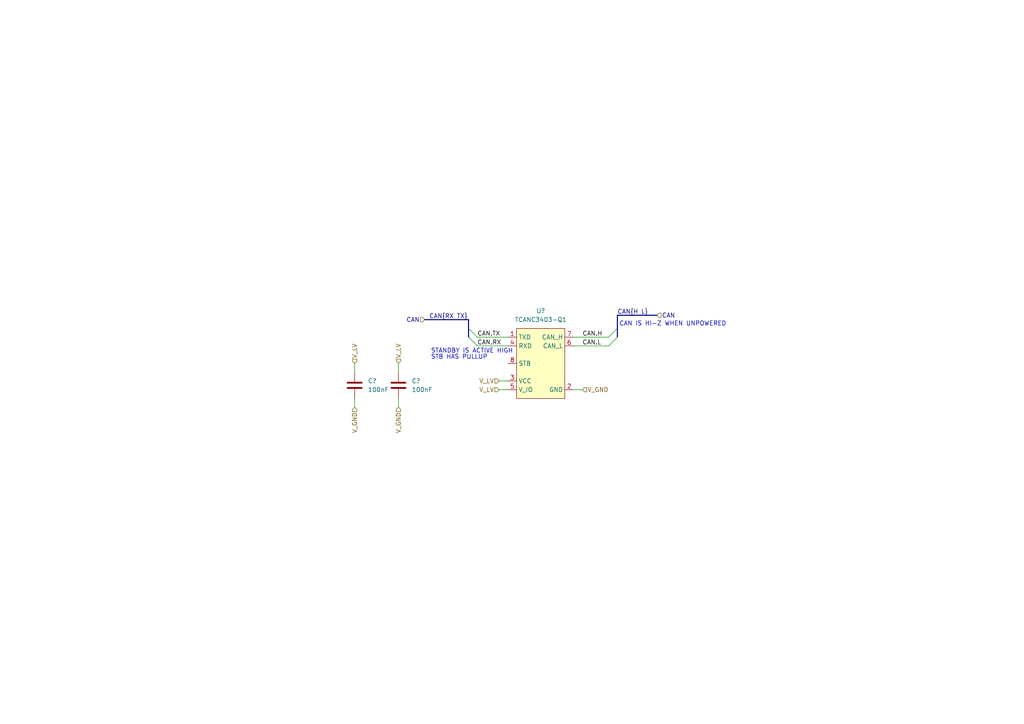
<source format=kicad_sch>
(kicad_sch (version 20231120) (generator "eeschema") (generator_version "8.0")
  (paper "A4")
  (lib_symbols
    (symbol "CUBESAT:TCANC3403-Q1"
      (property "Reference" "U" (at 0 12.954 0))
      (property "Value" "TCANC3403-Q1" (at 0.508 11.176 0))
      (symbol "TCANC3403-Q1_0_0"
        (pin input line (at -8.89 7.62 0) (length 2.54) (name "TXD") (number "1"))
        (pin power_in line (at 10.16 -7.62 180) (length 2.54) (name "GND") (number "2"))
        (pin power_in line (at -8.89 -5.08 0) (length 2.54) (name "VCC") (number "3"))
        (pin output line (at -8.89 5.08 0) (length 2.54) (name "RXD") (number "4"))
        (pin power_in line (at -8.89 -7.62 0) (length 2.54) (name "V_IO") (number "5"))
        (pin tri_state line (at 10.16 5.08 180) (length 2.54) (name "CAN_L") (number "6"))
        (pin tri_state line (at 10.16 7.62 180) (length 2.54) (name "CAN_H") (number "7"))
        (pin input line (at -8.89 0 0) (length 2.54) (name "STB") (number "8"))
      )
      (symbol "TCANC3403-Q1_1_1"
        (rectangle (start -6.35 10.16) (end 7.62 -10.16) (fill (type background)))
      )
    )
    (symbol "Device:C" (pin_numbers hide) (pin_names (offset 0.254))
      (property "Reference" "C" (at 0.635 2.54 0))
      (property "Value" "C" (at 0.635 -2.54 0))
      (symbol "C_0_1"
        (polyline (pts (xy -2.032 -0.762) (xy 2.032 -0.762)) (stroke (width 0.508)))
        (polyline (pts (xy -2.032 0.762) (xy 2.032 0.762)) (stroke (width 0.508)))
      )
      (symbol "C_1_1"
        (pin passive line (at 0 3.81 270) (length 2.794) (name "~") (number "1"))
        (pin passive line (at 0 -3.81 90) (length 2.794) (name "~") (number "2"))
      )
    )
  )
  (bus_entry (at 135.89 95.25) (size 2.54 2.54))
  (bus_entry (at 179.07 95.25) (size -2.54 2.54))
  (bus_entry (at 135.89 97.79) (size 2.54 2.54))
  (bus_entry (at 179.07 97.79) (size -2.54 2.54))
  (wire (pts (xy 138.43 100.33) (xy 147.32 100.33)))
  (wire (pts (xy 166.37 100.33) (xy 176.53 100.33)))
  (wire (pts (xy 168.91 113.03) (xy 166.37 113.03)))
  (bus (pts (xy 179.07 95.25) (xy 179.07 97.79)))
  (wire (pts (xy 102.87 107.95) (xy 102.87 105.41)))
  (bus (pts (xy 135.89 95.25) (xy 135.89 97.79)))
  (bus (pts (xy 190.5 91.44) (xy 179.07 91.44)))
  (wire (pts (xy 166.37 97.79) (xy 176.53 97.79)))
  (bus (pts (xy 135.89 95.25) (xy 135.89 92.71)))
  (bus (pts (xy 179.07 91.44) (xy 179.07 95.25)))
  (wire (pts (xy 138.43 97.79) (xy 147.32 97.79)))
  (wire (pts (xy 144.78 110.49) (xy 147.32 110.49)))
  (wire (pts (xy 115.57 107.95) (xy 115.57 105.41)))
  (wire (pts (xy 115.57 118.11) (xy 115.57 115.57)))
  (wire (pts (xy 144.78 113.03) (xy 147.32 113.03)))
  (bus (pts (xy 123.19 92.71) (xy 135.89 92.71)))
  (wire (pts (xy 102.87 118.11) (xy 102.87 115.57)))
  (text "STB HAS PULLUP" (at 124.968 103.632 0) (effects (font (size 1.27 1.27)) (justify left)))
  (text "CAN IS HI-Z WHEN UNPOWERED\n" (at 179.578 93.98 0) (effects (font (size 1.27 1.27)) (justify left)))
  (text "STANDBY IS ACTIVE HIGH" (at 124.968 101.854 0) (effects (font (size 1.27 1.27)) (justify left)))
  (label "CAN{RX TX}" (at 124.46 92.71 0))
  (label "CAN{H L}" (at 179.07 91.44 0))
  (label "CAN.RX" (at 138.43 100.33 0))
  (label "CAN.TX" (at 138.43 97.79 0))
  (label "CAN.H" (at 168.91 97.79 0))
  (label "CAN.L" (at 168.91 100.33 0))
  (hierarchical_label "V_GND" (shape input) (at 102.87 118.11 270))
  (hierarchical_label "CAN" (shape input) (at 190.5 91.44 0))
  (hierarchical_label "V_LV" (shape input) (at 102.87 105.41 90))
  (hierarchical_label "V_GND" (shape input) (at 115.57 118.11 270))
  (hierarchical_label "V_LV" (shape input) (at 144.78 110.49 180))
  (hierarchical_label "V_GND" (shape input) (at 168.91 113.03 0))
  (hierarchical_label "V_LV" (shape input) (at 144.78 113.03 180))
  (hierarchical_label "V_LV" (shape input) (at 115.57 105.41 90))
  (hierarchical_label "CAN" (shape input) (at 123.19 92.71 180))
  (symbol (lib_id "CUBESAT:TCANC3403-Q1") (at 156.21 105.41 0) (unit 1)
    (property "Reference" "U?" (at 156.845 90.17 0))
    (property "Value" "TCANC3403-Q1" (at 156.845 92.71 0))
    (property "Datasheet" "https://www.ti.com/lit/ds/symlink/tcan3403-q1.pdf" (effects (hide yes)))
    (property "Description" "TCAN340x-Q1 3.3V Automotive CAN FD Transceivers with Standby Mode and ±58V bus Standoff" (effects (hide yes)))
  )
  (symbol (lib_id "Device:C") (at 115.57 111.76 0) (unit 1)
    (property "Reference" "C?" (at 119.38 110.4899 0) (effects (justify left)))
    (property "Value" "100nF" (at 119.38 113.0299 0) (effects (justify left)))
    (property "Description" "Unpolarized capacitor" (effects (hide yes)))
  )
  (symbol (lib_id "Device:C") (at 102.87 111.76 0) (unit 1)
    (property "Reference" "C?" (at 106.68 110.4899 0) (effects (justify left)))
    (property "Value" "100nF" (at 106.68 113.0299 0) (effects (justify left)))
    (property "Description" "Unpolarized capacitor" (effects (hide yes)))
  )
)
</source>
